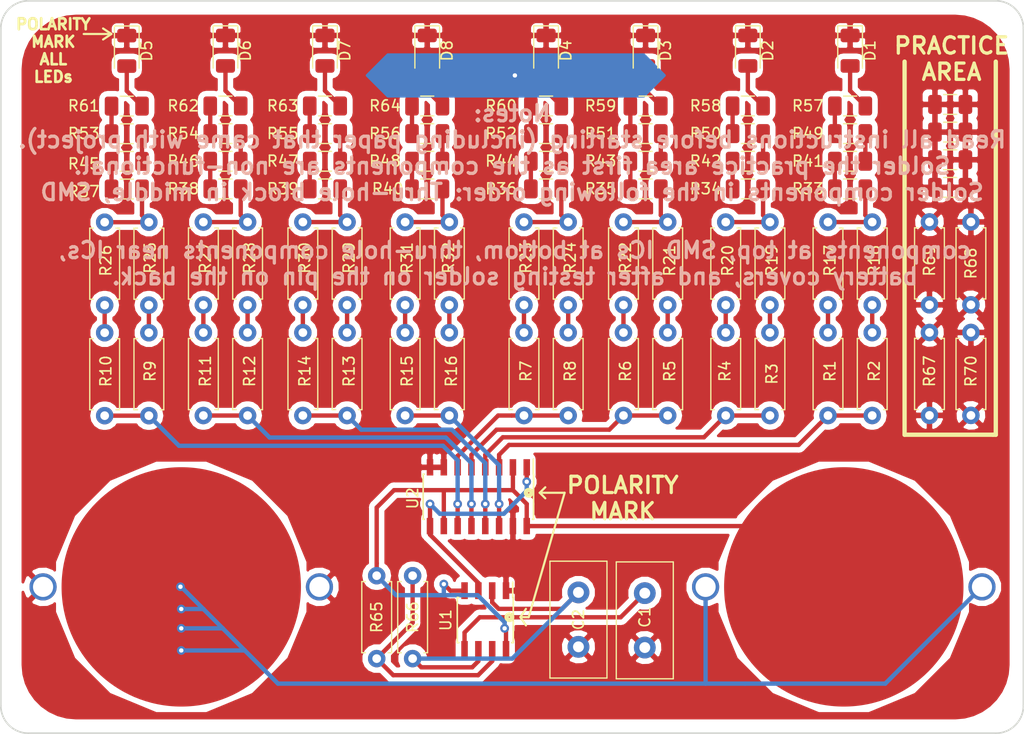
<source format=kicad_pcb>
(kicad_pcb (version 20171130) (host pcbnew "(5.0.2)-1")
  (layers (0 F.Cu signal) (31 B.Cu signal) (34 B.Paste user hide) (35 F.Paste user hide) (36 B.SilkS user hide) (37 F.SilkS user) (38 B.Mask user hide) (39 F.Mask user) (44 Edge.Cuts user))
  (net 0 "")
  (net 1 VCC)
  (net 2 "Net-(BT1-Pad2)")
  (net 3 GND)
  (net 4 "Net-(C1-Pad1)")
  (net 5 "Net-(C2-Pad1)")
  (net 6 "Net-(D1-Pad2)")
  (net 7 "Net-(D2-Pad2)")
  (net 8 "Net-(D3-Pad2)")
  (net 9 "Net-(D4-Pad2)")
  (net 10 "Net-(D5-Pad2)")
  (net 11 "Net-(D6-Pad2)")
  (net 12 "Net-(D7-Pad2)")
  (net 13 "Net-(D8-Pad2)")
  (net 14 Out1A)
  (net 15 "Net-(R1-Pad1)")
  (net 16 "Net-(R18-Pad2)")
  (net 17 "Net-(R19-Pad2)")
  (net 18 Out1B)
  (net 19 "Net-(R20-Pad2)")
  (net 20 Out1C)
  (net 21 "Net-(R21-Pad2)")
  (net 22 "Net-(R22-Pad2)")
  (net 23 Out1D)
  (net 24 "Net-(R23-Pad2)")
  (net 25 "Net-(R24-Pad2)")
  (net 26 "Net-(R25-Pad2)")
  (net 27 Out2A)
  (net 28 "Net-(R10-Pad1)")
  (net 29 Out2B)
  (net 30 "Net-(R11-Pad1)")
  (net 31 "Net-(R12-Pad1)")
  (net 32 Out2C)
  (net 33 "Net-(R13-Pad1)")
  (net 34 "Net-(R14-Pad1)")
  (net 35 "Net-(R15-Pad1)")
  (net 36 Out2D)
  (net 37 "Net-(R16-Pad1)")
  (net 38 "Net-(R17-Pad1)")
  (net 39 "Net-(R19-Pad1)")
  (net 40 "Net-(R21-Pad1)")
  (net 41 "Net-(R23-Pad1)")
  (net 42 "Net-(R25-Pad1)")
  (net 43 "Net-(R27-Pad1)")
  (net 44 "Net-(R29-Pad1)")
  (net 45 "Net-(R31-Pad1)")
  (net 46 "Net-(R33-Pad1)")
  (net 47 "Net-(R34-Pad1)")
  (net 48 "Net-(R35-Pad1)")
  (net 49 "Net-(R36-Pad1)")
  (net 50 "Net-(R37-Pad1)")
  (net 51 "Net-(R38-Pad1)")
  (net 52 "Net-(R39-Pad1)")
  (net 53 "Net-(R40-Pad1)")
  (net 54 "Net-(R41-Pad1)")
  (net 55 "Net-(R42-Pad1)")
  (net 56 "Net-(R43-Pad1)")
  (net 57 "Net-(R44-Pad1)")
  (net 58 "Net-(R45-Pad1)")
  (net 59 "Net-(R46-Pad1)")
  (net 60 "Net-(R47-Pad1)")
  (net 61 "Net-(R48-Pad1)")
  (net 62 "Net-(R49-Pad1)")
  (net 63 "Net-(R50-Pad1)")
  (net 64 "Net-(R51-Pad1)")
  (net 65 "Net-(R52-Pad1)")
  (net 66 "Net-(R53-Pad1)")
  (net 67 "Net-(R54-Pad1)")
  (net 68 "Net-(R55-Pad1)")
  (net 69 "Net-(R56-Pad1)")
  (net 70 "Net-(R65-Pad1)")
  (net 71 "Net-(U1-Pad3)")
  (module Resistor_THT:R_Axial_DIN0207_L6.3mm_D2.5mm_P7.62mm_Horizontal (layer F.Cu) (at 176.784 93.98 90)
    (fp_text reference R70 (at 4.064 0 90) (layer F.SilkS))
    (fp_text value 2k)
    (pad 2 thru_hole oval (at 7.62 0 90) (size 1.6 1.6) (drill 0.8) (layers *.Cu *.Mask) (net 3 GND))
    (pad 1 thru_hole circle (at 0 0 90) (size 1.6 1.6) (drill 0.8) (layers *.Cu *.Mask) (net 3 GND))
  )
  (module Package_SO:SOIC-8_3.9x4.9mm_P1.27mm (layer F.Cu) (at 132.15275 112.788576 270)
    (fp_text reference U1 (at 0 3.62875 270) (layer F.SilkS))
    (fp_text value LM555)
    (pad 1 smd rect (at -2.7 -1.905 270) (size 1.55 0.6) (layers F.Cu F.Paste F.Mask) (net 3 GND))
    (pad 2 smd rect (at -2.7 -0.635 270) (size 1.55 0.6) (layers F.Cu F.Paste F.Mask) (net 5 "Net-(C2-Pad1)"))
    (pad 3 smd rect (at -2.7 0.635 270) (size 1.55 0.6) (layers F.Cu F.Paste F.Mask) (net 71 "Net-(U1-Pad3)"))
    (pad 4 smd rect (at -2.7 1.905 270) (size 1.55 0.6) (layers F.Cu F.Paste F.Mask) (net 1 VCC))
    (pad 5 smd rect (at 2.7 1.905 270) (size 1.55 0.6) (layers F.Cu F.Paste F.Mask) (net 4 "Net-(C1-Pad1)"))
    (pad 6 smd rect (at 2.7 0.635 270) (size 1.55 0.6) (layers F.Cu F.Paste F.Mask) (net 5 "Net-(C2-Pad1)"))
    (pad 7 smd rect (at 2.7 -0.635 270) (size 1.55 0.6) (layers F.Cu F.Paste F.Mask) (net 70 "Net-(R65-Pad1)"))
    (pad 8 smd rect (at 2.7 -1.905 270) (size 1.55 0.6) (layers F.Cu F.Paste F.Mask) (net 1 VCC))
  )
  (module Capacitor_THT:C_Disc_D10.5mm_W5.0mm_P5.00mm (layer F.Cu) (at 146.812 110.316 270)
    (fp_text reference C1 (at 2.206 0 270) (layer F.SilkS))
    (fp_text value 10uF)
    (pad 1 thru_hole circle (at 0 0 270) (size 2 2) (drill 1) (layers *.Cu *.Mask) (net 4 "Net-(C1-Pad1)"))
    (pad 2 thru_hole circle (at 5 0 270) (size 2 2) (drill 1) (layers *.Cu *.Mask) (net 3 GND))
  )
  (module Package_SO:SOIC-16_3.9x9.9mm_P1.27mm (layer F.Cu) (at 131.51775 101.452576 270)
    (fp_text reference U2 (at 0.147424 6.04175 270) (layer F.SilkS))
    (fp_text value 4520)
    (pad 1 smd rect (at -2.7 -4.445 270) (size 1.5 0.6) (layers F.Cu F.Paste F.Mask) (net 71 "Net-(U1-Pad3)"))
    (pad 2 smd rect (at -2.7 -3.175 270) (size 1.5 0.6) (layers F.Cu F.Paste F.Mask) (net 1 VCC))
    (pad 3 smd rect (at -2.7 -1.905 270) (size 1.5 0.6) (layers F.Cu F.Paste F.Mask) (net 14 Out1A))
    (pad 4 smd rect (at -2.7 -0.635 270) (size 1.5 0.6) (layers F.Cu F.Paste F.Mask) (net 18 Out1B))
    (pad 5 smd rect (at -2.7 0.635 270) (size 1.5 0.6) (layers F.Cu F.Paste F.Mask) (net 20 Out1C))
    (pad 6 smd rect (at -2.7 1.905 270) (size 1.5 0.6) (layers F.Cu F.Paste F.Mask) (net 23 Out1D))
    (pad 7 smd rect (at -2.7 3.175 270) (size 1.5 0.6) (layers F.Cu F.Paste F.Mask) (net 3 GND))
    (pad 8 smd rect (at -2.7 4.445 270) (size 1.5 0.6) (layers F.Cu F.Paste F.Mask) (net 3 GND))
    (pad 9 smd rect (at 2.7 4.445 270) (size 1.5 0.6) (layers F.Cu F.Paste F.Mask) (net 71 "Net-(U1-Pad3)"))
    (pad 10 smd rect (at 2.7 3.175 270) (size 1.5 0.6) (layers F.Cu F.Paste F.Mask) (net 1 VCC))
    (pad 11 smd rect (at 2.7 1.905 270) (size 1.5 0.6) (layers F.Cu F.Paste F.Mask) (net 27 Out2A))
    (pad 12 smd rect (at 2.7 0.635 270) (size 1.5 0.6) (layers F.Cu F.Paste F.Mask) (net 29 Out2B))
    (pad 13 smd rect (at 2.7 -0.635 270) (size 1.5 0.6) (layers F.Cu F.Paste F.Mask) (net 32 Out2C))
    (pad 14 smd rect (at 2.7 -1.905 270) (size 1.5 0.6) (layers F.Cu F.Paste F.Mask) (net 36 Out2D))
    (pad 15 smd rect (at 2.7 -3.175 270) (size 1.5 0.6) (layers F.Cu F.Paste F.Mask) (net 3 GND))
    (pad 16 smd rect (at 2.7 -4.445 270) (size 1.5 0.6) (layers F.Cu F.Paste F.Mask) (net 1 VCC))
  )
  (module Resistor_THT:R_Axial_DIN0207_L6.3mm_D2.5mm_P7.62mm_Horizontal (layer F.Cu) (at 125.476 116.332 90)
    (fp_text reference R66 (at 3.81 0 90) (layer F.SilkS))
    (fp_text value 10k)
    (pad 1 thru_hole circle (at 0 0 90) (size 1.6 1.6) (drill 0.8) (layers *.Cu *.Mask) (net 5 "Net-(C2-Pad1)"))
    (pad 2 thru_hole oval (at 7.62 0 90) (size 1.6 1.6) (drill 0.8) (layers *.Cu *.Mask) (net 70 "Net-(R65-Pad1)"))
  )
  (module Resistor_SMD:R_1206_3216Metric (layer F.Cu) (at 126.81875 73.164576)
    (fp_text reference R40 (at -3.62875 -0.012576) (layer F.SilkS))
    (fp_text value 0R)
    (pad 2 smd roundrect (at 1.4 0) (size 1.25 1.75) (layers F.Cu F.Paste F.Mask) (roundrect_rratio 0.2) (net 45 "Net-(R31-Pad1)"))
    (pad 1 smd roundrect (at -1.4 0) (size 1.25 1.75) (layers F.Cu F.Paste F.Mask) (roundrect_rratio 0.2) (net 53 "Net-(R40-Pad1)"))
  )
  (module Resistor_THT:R_Axial_DIN0207_L6.3mm_D2.5mm_P7.62mm_Horizontal (layer F.Cu) (at 124.78675 76.212576 270)
    (fp_text reference R31 (at 3.289424 -0.18125 270) (layer F.SilkS))
    (fp_text value 2k)
    (pad 2 thru_hole oval (at 7.62 0 270) (size 1.6 1.6) (drill 0.8) (layers *.Cu *.Mask) (net 35 "Net-(R15-Pad1)"))
    (pad 1 thru_hole circle (at 0 0 270) (size 1.6 1.6) (drill 0.8) (layers *.Cu *.Mask) (net 45 "Net-(R31-Pad1)"))
  )
  (module Resistor_SMD:R_1206_3216Metric (layer F.Cu) (at 126.81875 68.084576)
    (fp_text reference R56 (at -3.88275 -0.012576) (layer F.SilkS))
    (fp_text value 0R)
    (pad 1 smd roundrect (at -1.4 0) (size 1.25 1.75) (layers F.Cu F.Paste F.Mask) (roundrect_rratio 0.2) (net 69 "Net-(R56-Pad1)"))
    (pad 2 smd roundrect (at 1.4 0) (size 1.25 1.75) (layers F.Cu F.Paste F.Mask) (roundrect_rratio 0.2) (net 61 "Net-(R48-Pad1)"))
  )
  (module Resistor_SMD:R_1206_3216Metric (layer F.Cu) (at 126.81875 70.624576 180)
    (fp_text reference R48 (at 3.88275 0.012576 180) (layer F.SilkS))
    (fp_text value 0R)
    (pad 1 smd roundrect (at -1.4 0 180) (size 1.25 1.75) (layers F.Cu F.Paste F.Mask) (roundrect_rratio 0.2) (net 61 "Net-(R48-Pad1)"))
    (pad 2 smd roundrect (at 1.4 0 180) (size 1.25 1.75) (layers F.Cu F.Paste F.Mask) (roundrect_rratio 0.2) (net 53 "Net-(R40-Pad1)"))
  )
  (module Resistor_SMD:R_1206_3216Metric (layer F.Cu) (at 126.81875 65.544576 180)
    (fp_text reference R64 (at 3.88275 0.012576 180) (layer F.SilkS))
    (fp_text value 0R)
    (pad 2 smd roundrect (at 1.4 0 180) (size 1.25 1.75) (layers F.Cu F.Paste F.Mask) (roundrect_rratio 0.2) (net 69 "Net-(R56-Pad1)"))
    (pad 1 smd roundrect (at -1.4 0 180) (size 1.25 1.75) (layers F.Cu F.Paste F.Mask) (roundrect_rratio 0.2) (net 13 "Net-(D8-Pad2)"))
  )
  (module Battery:3039 (layer F.Cu) (at 165.1 109.740576 180)
    (fp_text reference BT1 hide)
    (fp_text value Battery_Cell)
    (pad 2 thru_hole circle (at -12.7 0 180) (size 2.5 2.5) (drill 1.85) (layers *.Cu *.Mask) (net 2 "Net-(BT1-Pad2)"))
    (pad 2 thru_hole circle (at 12.7 0 180) (size 2.5 2.5) (drill 1.85) (layers *.Cu *.Mask) (net 2 "Net-(BT1-Pad2)"))
    (pad 1 smd circle (at 0 0 180) (size 22 22) (layers F.Cu F.Paste F.Mask) (net 1 VCC))
  )
  (module LED_SMD:LED_1206_3216Metric (layer F.Cu) (at 165.68075 60.464576 270)
    (fp_text reference D1 (at 0 -1.82 270) (layer F.SilkS))
    (fp_text value LED)
    (pad 1 smd roundrect (at -1.4 0 270) (size 1.25 1.75) (layers F.Cu F.Paste F.Mask) (roundrect_rratio 0.2) (net 3 GND))
    (pad 2 smd roundrect (at 1.4 0 270) (size 1.25 1.75) (layers F.Cu F.Paste F.Mask) (roundrect_rratio 0.2) (net 6 "Net-(D1-Pad2)"))
  )
  (module LED_SMD:LED_1206_3216Metric (layer F.Cu) (at 156.28275 60.464576 270)
    (fp_text reference D2 (at 0 -1.82 270) (layer F.SilkS))
    (fp_text value LED)
    (pad 2 smd roundrect (at 1.4 0 270) (size 1.25 1.75) (layers F.Cu F.Paste F.Mask) (roundrect_rratio 0.2) (net 7 "Net-(D2-Pad2)"))
    (pad 1 smd roundrect (at -1.4 0 270) (size 1.25 1.75) (layers F.Cu F.Paste F.Mask) (roundrect_rratio 0.2) (net 3 GND))
  )
  (module LED_SMD:LED_1206_3216Metric (layer F.Cu) (at 146.88475 60.464576 270)
    (fp_text reference D3 (at 0 -1.82 270) (layer F.SilkS))
    (fp_text value LED)
    (pad 1 smd roundrect (at -1.4 0 270) (size 1.25 1.75) (layers F.Cu F.Paste F.Mask) (roundrect_rratio 0.2) (net 3 GND))
    (pad 2 smd roundrect (at 1.4 0 270) (size 1.25 1.75) (layers F.Cu F.Paste F.Mask) (roundrect_rratio 0.2) (net 8 "Net-(D3-Pad2)"))
  )
  (module LED_SMD:LED_1206_3216Metric (layer F.Cu) (at 137.74075 60.464576 270)
    (fp_text reference D4 (at 0 -1.82 270) (layer F.SilkS))
    (fp_text value LED)
    (pad 2 smd roundrect (at 1.4 0 270) (size 1.25 1.75) (layers F.Cu F.Paste F.Mask) (roundrect_rratio 0.2) (net 9 "Net-(D4-Pad2)"))
    (pad 1 smd roundrect (at -1.4 0 270) (size 1.25 1.75) (layers F.Cu F.Paste F.Mask) (roundrect_rratio 0.2) (net 3 GND))
  )
  (module LED_SMD:LED_1206_3216Metric (layer F.Cu) (at 99.2055 60.477152 270)
    (fp_text reference D5 (at 0 -1.82 270) (layer F.SilkS))
    (fp_text value LED)
    (pad 1 smd roundrect (at -1.4 0 270) (size 1.25 1.75) (layers F.Cu F.Paste F.Mask) (roundrect_rratio 0.2) (net 3 GND))
    (pad 2 smd roundrect (at 1.4 0 270) (size 1.25 1.75) (layers F.Cu F.Paste F.Mask) (roundrect_rratio 0.2) (net 10 "Net-(D5-Pad2)"))
  )
  (module LED_SMD:LED_1206_3216Metric (layer F.Cu) (at 108.27675 60.464576 270)
    (fp_text reference D6 (at 0 -1.82 270) (layer F.SilkS))
    (fp_text value LED)
    (pad 2 smd roundrect (at 1.4 0 270) (size 1.25 1.75) (layers F.Cu F.Paste F.Mask) (roundrect_rratio 0.2) (net 11 "Net-(D6-Pad2)"))
    (pad 1 smd roundrect (at -1.4 0 270) (size 1.25 1.75) (layers F.Cu F.Paste F.Mask) (roundrect_rratio 0.2) (net 3 GND))
  )
  (module LED_SMD:LED_1206_3216Metric (layer F.Cu) (at 117.42075 60.464576 270)
    (fp_text reference D7 (at 0 -1.82 270) (layer F.SilkS))
    (fp_text value LED)
    (pad 1 smd roundrect (at -1.4 0 270) (size 1.25 1.75) (layers F.Cu F.Paste F.Mask) (roundrect_rratio 0.2) (net 3 GND))
    (pad 2 smd roundrect (at 1.4 0 270) (size 1.25 1.75) (layers F.Cu F.Paste F.Mask) (roundrect_rratio 0.2) (net 12 "Net-(D7-Pad2)"))
  )
  (module LED_SMD:LED_1206_3216Metric (layer F.Cu) (at 126.81875 60.464576 270)
    (fp_text reference D8 (at 0 -1.82 270) (layer F.SilkS))
    (fp_text value LED)
    (pad 2 smd roundrect (at 1.4 0 270) (size 1.25 1.75) (layers F.Cu F.Paste F.Mask) (roundrect_rratio 0.2) (net 13 "Net-(D8-Pad2)"))
    (pad 1 smd roundrect (at -1.4 0 270) (size 1.25 1.75) (layers F.Cu F.Paste F.Mask) (roundrect_rratio 0.2) (net 3 GND))
  )
  (module Resistor_THT:R_Axial_DIN0207_L6.3mm_D2.5mm_P7.62mm_Horizontal (layer F.Cu) (at 163.64875 86.372576 270)
    (fp_text reference R1 (at 3.543424 -0.18125 270) (layer F.SilkS))
    (fp_text value 2k)
    (pad 1 thru_hole circle (at 0 0 270) (size 1.6 1.6) (drill 0.8) (layers *.Cu *.Mask) (net 15 "Net-(R1-Pad1)"))
    (pad 2 thru_hole oval (at 7.62 0 270) (size 1.6 1.6) (drill 0.8) (layers *.Cu *.Mask) (net 14 Out1A))
  )
  (module Resistor_THT:R_Axial_DIN0207_L6.3mm_D2.5mm_P7.62mm_Horizontal (layer F.Cu) (at 167.71275 86.372576 270)
    (fp_text reference R2 (at 3.543424 -0.18125 270) (layer F.SilkS))
    (fp_text value 2k)
    (pad 2 thru_hole oval (at 7.62 0 270) (size 1.6 1.6) (drill 0.8) (layers *.Cu *.Mask) (net 14 Out1A))
    (pad 1 thru_hole circle (at 0 0 270) (size 1.6 1.6) (drill 0.8) (layers *.Cu *.Mask) (net 16 "Net-(R18-Pad2)"))
  )
  (module Resistor_THT:R_Axial_DIN0207_L6.3mm_D2.5mm_P7.62mm_Horizontal (layer F.Cu) (at 158.31475 86.372576 270)
    (fp_text reference R3 (at 3.797424 -0.18125 270) (layer F.SilkS))
    (fp_text value 2k)
    (pad 2 thru_hole oval (at 7.62 0 270) (size 1.6 1.6) (drill 0.8) (layers *.Cu *.Mask) (net 18 Out1B))
    (pad 1 thru_hole circle (at 0 0 270) (size 1.6 1.6) (drill 0.8) (layers *.Cu *.Mask) (net 17 "Net-(R19-Pad2)"))
  )
  (module Resistor_THT:R_Axial_DIN0207_L6.3mm_D2.5mm_P7.62mm_Horizontal (layer F.Cu) (at 154.25075 86.372576 270)
    (fp_text reference R4 (at 3.543424 0.07275 270) (layer F.SilkS))
    (fp_text value 2k)
    (pad 1 thru_hole circle (at 0 0 270) (size 1.6 1.6) (drill 0.8) (layers *.Cu *.Mask) (net 19 "Net-(R20-Pad2)"))
    (pad 2 thru_hole oval (at 7.62 0 270) (size 1.6 1.6) (drill 0.8) (layers *.Cu *.Mask) (net 18 Out1B))
  )
  (module Resistor_THT:R_Axial_DIN0207_L6.3mm_D2.5mm_P7.62mm_Horizontal (layer F.Cu) (at 148.91675 86.372576 270)
    (fp_text reference R5 (at 3.543424 -0.18125 270) (layer F.SilkS))
    (fp_text value 2k)
    (pad 1 thru_hole circle (at 0 0 270) (size 1.6 1.6) (drill 0.8) (layers *.Cu *.Mask) (net 21 "Net-(R21-Pad2)"))
    (pad 2 thru_hole oval (at 7.62 0 270) (size 1.6 1.6) (drill 0.8) (layers *.Cu *.Mask) (net 20 Out1C))
  )
  (module Resistor_THT:R_Axial_DIN0207_L6.3mm_D2.5mm_P7.62mm_Horizontal (layer F.Cu) (at 144.85275 86.372576 270)
    (fp_text reference R6 (at 3.543424 -0.18125 270) (layer F.SilkS))
    (fp_text value 2k)
    (pad 1 thru_hole circle (at 0 0 270) (size 1.6 1.6) (drill 0.8) (layers *.Cu *.Mask) (net 22 "Net-(R22-Pad2)"))
    (pad 2 thru_hole oval (at 7.62 0 270) (size 1.6 1.6) (drill 0.8) (layers *.Cu *.Mask) (net 20 Out1C))
  )
  (module Resistor_THT:R_Axial_DIN0207_L6.3mm_D2.5mm_P7.62mm_Horizontal (layer F.Cu) (at 135.70875 86.372576 270)
    (fp_text reference R7 (at 3.543424 -0.18125 270) (layer F.SilkS))
    (fp_text value 2k)
    (pad 1 thru_hole circle (at 0 0 270) (size 1.6 1.6) (drill 0.8) (layers *.Cu *.Mask) (net 24 "Net-(R23-Pad2)"))
    (pad 2 thru_hole oval (at 7.62 0 270) (size 1.6 1.6) (drill 0.8) (layers *.Cu *.Mask) (net 23 Out1D))
  )
  (module Resistor_THT:R_Axial_DIN0207_L6.3mm_D2.5mm_P7.62mm_Horizontal (layer F.Cu) (at 139.77275 86.372576 270)
    (fp_text reference R8 (at 3.543424 -0.18125 270) (layer F.SilkS))
    (fp_text value 2k)
    (pad 2 thru_hole oval (at 7.62 0 270) (size 1.6 1.6) (drill 0.8) (layers *.Cu *.Mask) (net 23 Out1D))
    (pad 1 thru_hole circle (at 0 0 270) (size 1.6 1.6) (drill 0.8) (layers *.Cu *.Mask) (net 25 "Net-(R24-Pad2)"))
  )
  (module Resistor_THT:R_Axial_DIN0207_L6.3mm_D2.5mm_P7.62mm_Horizontal (layer F.Cu) (at 101.2375 86.385152 270)
    (fp_text reference R9 (at 3.530848 -0.1085 270) (layer F.SilkS))
    (fp_text value 2k)
    (pad 2 thru_hole oval (at 7.62 0 270) (size 1.6 1.6) (drill 0.8) (layers *.Cu *.Mask) (net 27 Out2A))
    (pad 1 thru_hole circle (at 0 0 270) (size 1.6 1.6) (drill 0.8) (layers *.Cu *.Mask) (net 26 "Net-(R25-Pad2)"))
  )
  (module Resistor_THT:R_Axial_DIN0207_L6.3mm_D2.5mm_P7.62mm_Horizontal (layer F.Cu) (at 97.1735 86.385152 270)
    (fp_text reference R10 (at 3.530848 -0.1085 270) (layer F.SilkS))
    (fp_text value 2k)
    (pad 2 thru_hole oval (at 7.62 0 270) (size 1.6 1.6) (drill 0.8) (layers *.Cu *.Mask) (net 27 Out2A))
    (pad 1 thru_hole circle (at 0 0 270) (size 1.6 1.6) (drill 0.8) (layers *.Cu *.Mask) (net 28 "Net-(R10-Pad1)"))
  )
  (module Resistor_THT:R_Axial_DIN0207_L6.3mm_D2.5mm_P7.62mm_Horizontal (layer F.Cu) (at 106.24475 86.372576 270)
    (fp_text reference R11 (at 3.543424 -0.18125 270) (layer F.SilkS))
    (fp_text value 2k)
    (pad 1 thru_hole circle (at 0 0 270) (size 1.6 1.6) (drill 0.8) (layers *.Cu *.Mask) (net 30 "Net-(R11-Pad1)"))
    (pad 2 thru_hole oval (at 7.62 0 270) (size 1.6 1.6) (drill 0.8) (layers *.Cu *.Mask) (net 29 Out2B))
  )
  (module Resistor_THT:R_Axial_DIN0207_L6.3mm_D2.5mm_P7.62mm_Horizontal (layer F.Cu) (at 110.30875 86.372576 270)
    (fp_text reference R12 (at 3.543424 -0.18125 270) (layer F.SilkS))
    (fp_text value 2k)
    (pad 1 thru_hole circle (at 0 0 270) (size 1.6 1.6) (drill 0.8) (layers *.Cu *.Mask) (net 31 "Net-(R12-Pad1)"))
    (pad 2 thru_hole oval (at 7.62 0 270) (size 1.6 1.6) (drill 0.8) (layers *.Cu *.Mask) (net 29 Out2B))
  )
  (module Resistor_THT:R_Axial_DIN0207_L6.3mm_D2.5mm_P7.62mm_Horizontal (layer F.Cu) (at 119.45275 86.372576 270)
    (fp_text reference R13 (at 3.543424 -0.18125 270) (layer F.SilkS))
    (fp_text value 2k)
    (pad 1 thru_hole circle (at 0 0 270) (size 1.6 1.6) (drill 0.8) (layers *.Cu *.Mask) (net 33 "Net-(R13-Pad1)"))
    (pad 2 thru_hole oval (at 7.62 0 270) (size 1.6 1.6) (drill 0.8) (layers *.Cu *.Mask) (net 32 Out2C))
  )
  (module Resistor_THT:R_Axial_DIN0207_L6.3mm_D2.5mm_P7.62mm_Horizontal (layer F.Cu) (at 115.38875 86.372576 270)
    (fp_text reference R14 (at 3.543424 -0.18125 270) (layer F.SilkS))
    (fp_text value 2k)
    (pad 2 thru_hole oval (at 7.62 0 270) (size 1.6 1.6) (drill 0.8) (layers *.Cu *.Mask) (net 32 Out2C))
    (pad 1 thru_hole circle (at 0 0 270) (size 1.6 1.6) (drill 0.8) (layers *.Cu *.Mask) (net 34 "Net-(R14-Pad1)"))
  )
  (module Resistor_THT:R_Axial_DIN0207_L6.3mm_D2.5mm_P7.62mm_Horizontal (layer F.Cu) (at 124.78675 86.372576 270)
    (fp_text reference R15 (at 3.543424 -0.18125 270) (layer F.SilkS))
    (fp_text value 2k)
    (pad 2 thru_hole oval (at 7.62 0 270) (size 1.6 1.6) (drill 0.8) (layers *.Cu *.Mask) (net 36 Out2D))
    (pad 1 thru_hole circle (at 0 0 270) (size 1.6 1.6) (drill 0.8) (layers *.Cu *.Mask) (net 35 "Net-(R15-Pad1)"))
  )
  (module Resistor_THT:R_Axial_DIN0207_L6.3mm_D2.5mm_P7.62mm_Horizontal (layer F.Cu) (at 128.85075 86.372576 270)
    (fp_text reference R16 (at 3.543424 -0.18125 270) (layer F.SilkS))
    (fp_text value 2k)
    (pad 1 thru_hole circle (at 0 0 270) (size 1.6 1.6) (drill 0.8) (layers *.Cu *.Mask) (net 37 "Net-(R16-Pad1)"))
    (pad 2 thru_hole oval (at 7.62 0 270) (size 1.6 1.6) (drill 0.8) (layers *.Cu *.Mask) (net 36 Out2D))
  )
  (module Resistor_THT:R_Axial_DIN0207_L6.3mm_D2.5mm_P7.62mm_Horizontal (layer F.Cu) (at 163.64875 76.212576 270)
    (fp_text reference R17 (at 3.543424 -0.18125 270) (layer F.SilkS))
    (fp_text value 2k)
    (pad 2 thru_hole oval (at 7.62 0 270) (size 1.6 1.6) (drill 0.8) (layers *.Cu *.Mask) (net 15 "Net-(R1-Pad1)"))
    (pad 1 thru_hole circle (at 0 0 270) (size 1.6 1.6) (drill 0.8) (layers *.Cu *.Mask) (net 38 "Net-(R17-Pad1)"))
  )
  (module Resistor_THT:R_Axial_DIN0207_L6.3mm_D2.5mm_P7.62mm_Horizontal (layer F.Cu) (at 167.71275 76.212576 270)
    (fp_text reference R18 (at 3.543424 -0.18125 270) (layer F.SilkS))
    (fp_text value 2k)
    (pad 1 thru_hole circle (at 0 0 270) (size 1.6 1.6) (drill 0.8) (layers *.Cu *.Mask) (net 38 "Net-(R17-Pad1)"))
    (pad 2 thru_hole oval (at 7.62 0 270) (size 1.6 1.6) (drill 0.8) (layers *.Cu *.Mask) (net 16 "Net-(R18-Pad2)"))
  )
  (module Resistor_THT:R_Axial_DIN0207_L6.3mm_D2.5mm_P7.62mm_Horizontal (layer F.Cu) (at 158.31475 76.212576 270)
    (fp_text reference R19 (at 3.543424 -0.18125 270) (layer F.SilkS))
    (fp_text value 2k)
    (pad 1 thru_hole circle (at 0 0 270) (size 1.6 1.6) (drill 0.8) (layers *.Cu *.Mask) (net 39 "Net-(R19-Pad1)"))
    (pad 2 thru_hole oval (at 7.62 0 270) (size 1.6 1.6) (drill 0.8) (layers *.Cu *.Mask) (net 17 "Net-(R19-Pad2)"))
  )
  (module Resistor_THT:R_Axial_DIN0207_L6.3mm_D2.5mm_P7.62mm_Horizontal (layer F.Cu) (at 154.25075 76.212576 270)
    (fp_text reference R20 (at 3.543424 -0.18125 270) (layer F.SilkS))
    (fp_text value 2k)
    (pad 2 thru_hole oval (at 7.62 0 270) (size 1.6 1.6) (drill 0.8) (layers *.Cu *.Mask) (net 19 "Net-(R20-Pad2)"))
    (pad 1 thru_hole circle (at 0 0 270) (size 1.6 1.6) (drill 0.8) (layers *.Cu *.Mask) (net 39 "Net-(R19-Pad1)"))
  )
  (module Resistor_THT:R_Axial_DIN0207_L6.3mm_D2.5mm_P7.62mm_Horizontal (layer F.Cu) (at 148.91675 76.212576 270)
    (fp_text reference R21 (at 3.543424 -0.18125 270) (layer F.SilkS))
    (fp_text value 2k)
    (pad 2 thru_hole oval (at 7.62 0 270) (size 1.6 1.6) (drill 0.8) (layers *.Cu *.Mask) (net 21 "Net-(R21-Pad2)"))
    (pad 1 thru_hole circle (at 0 0 270) (size 1.6 1.6) (drill 0.8) (layers *.Cu *.Mask) (net 40 "Net-(R21-Pad1)"))
  )
  (module Resistor_THT:R_Axial_DIN0207_L6.3mm_D2.5mm_P7.62mm_Horizontal (layer F.Cu) (at 144.85275 76.212576 270)
    (fp_text reference R22 (at 3.289424 -0.18125 270) (layer F.SilkS))
    (fp_text value 2k)
    (pad 1 thru_hole circle (at 0 0 270) (size 1.6 1.6) (drill 0.8) (layers *.Cu *.Mask) (net 40 "Net-(R21-Pad1)"))
    (pad 2 thru_hole oval (at 7.62 0 270) (size 1.6 1.6) (drill 0.8) (layers *.Cu *.Mask) (net 22 "Net-(R22-Pad2)"))
  )
  (module Resistor_THT:R_Axial_DIN0207_L6.3mm_D2.5mm_P7.62mm_Horizontal (layer F.Cu) (at 135.70875 76.212576 270)
    (fp_text reference R23 (at 3.289424 -0.18125 270) (layer F.SilkS))
    (fp_text value 2k)
    (pad 2 thru_hole oval (at 7.62 0 270) (size 1.6 1.6) (drill 0.8) (layers *.Cu *.Mask) (net 24 "Net-(R23-Pad2)"))
    (pad 1 thru_hole circle (at 0 0 270) (size 1.6 1.6) (drill 0.8) (layers *.Cu *.Mask) (net 41 "Net-(R23-Pad1)"))
  )
  (module Resistor_THT:R_Axial_DIN0207_L6.3mm_D2.5mm_P7.62mm_Horizontal (layer F.Cu) (at 139.77275 76.212576 270)
    (fp_text reference R24 (at 3.289424 -0.18125 270) (layer F.SilkS))
    (fp_text value 2k)
    (pad 1 thru_hole circle (at 0 0 270) (size 1.6 1.6) (drill 0.8) (layers *.Cu *.Mask) (net 41 "Net-(R23-Pad1)"))
    (pad 2 thru_hole oval (at 7.62 0 270) (size 1.6 1.6) (drill 0.8) (layers *.Cu *.Mask) (net 25 "Net-(R24-Pad2)"))
  )
  (module Resistor_THT:R_Axial_DIN0207_L6.3mm_D2.5mm_P7.62mm_Horizontal (layer F.Cu) (at 101.2375 76.225152 270)
    (fp_text reference R25 (at 3.276848 -0.1085 270) (layer F.SilkS))
    (fp_text value 2k)
    (pad 1 thru_hole circle (at 0 0 270) (size 1.6 1.6) (drill 0.8) (layers *.Cu *.Mask) (net 42 "Net-(R25-Pad1)"))
    (pad 2 thru_hole oval (at 7.62 0 270) (size 1.6 1.6) (drill 0.8) (layers *.Cu *.Mask) (net 26 "Net-(R25-Pad2)"))
  )
  (module Resistor_THT:R_Axial_DIN0207_L6.3mm_D2.5mm_P7.62mm_Horizontal (layer F.Cu) (at 97.1735 76.225152 270)
    (fp_text reference R26 (at 3.530848 -0.1085 270) (layer F.SilkS))
    (fp_text value 2k)
    (pad 2 thru_hole oval (at 7.62 0 270) (size 1.6 1.6) (drill 0.8) (layers *.Cu *.Mask) (net 28 "Net-(R10-Pad1)"))
    (pad 1 thru_hole circle (at 0 0 270) (size 1.6 1.6) (drill 0.8) (layers *.Cu *.Mask) (net 42 "Net-(R25-Pad1)"))
  )
  (module Resistor_THT:R_Axial_DIN0207_L6.3mm_D2.5mm_P7.62mm_Horizontal (layer F.Cu) (at 106.24475 76.212576 270)
    (fp_text reference R27 (at 3.289424 -0.18125 270) (layer F.SilkS))
    (fp_text value 2k)
    (pad 2 thru_hole oval (at 7.62 0 270) (size 1.6 1.6) (drill 0.8) (layers *.Cu *.Mask) (net 30 "Net-(R11-Pad1)"))
    (pad 1 thru_hole circle (at 0 0 270) (size 1.6 1.6) (drill 0.8) (layers *.Cu *.Mask) (net 43 "Net-(R27-Pad1)"))
  )
  (module Resistor_THT:R_Axial_DIN0207_L6.3mm_D2.5mm_P7.62mm_Horizontal (layer F.Cu) (at 110.30875 76.212576 270)
    (fp_text reference R28 (at 3.289424 -0.18125 270) (layer F.SilkS))
    (fp_text value 2k)
    (pad 2 thru_hole oval (at 7.62 0 270) (size 1.6 1.6) (drill 0.8) (layers *.Cu *.Mask) (net 31 "Net-(R12-Pad1)"))
    (pad 1 thru_hole circle (at 0 0 270) (size 1.6 1.6) (drill 0.8) (layers *.Cu *.Mask) (net 43 "Net-(R27-Pad1)"))
  )
  (module Resistor_THT:R_Axial_DIN0207_L6.3mm_D2.5mm_P7.62mm_Horizontal (layer F.Cu) (at 119.45275 76.212576 270)
    (fp_text reference R29 (at 3.289424 -0.18125 270) (layer F.SilkS))
    (fp_text value 2k)
    (pad 1 thru_hole circle (at 0 0 270) (size 1.6 1.6) (drill 0.8) (layers *.Cu *.Mask) (net 44 "Net-(R29-Pad1)"))
    (pad 2 thru_hole oval (at 7.62 0 270) (size 1.6 1.6) (drill 0.8) (layers *.Cu *.Mask) (net 33 "Net-(R13-Pad1)"))
  )
  (module Resistor_THT:R_Axial_DIN0207_L6.3mm_D2.5mm_P7.62mm_Horizontal (layer F.Cu) (at 115.38875 76.212576 270)
    (fp_text reference R30 (at 3.289424 -0.18125 270) (layer F.SilkS))
    (fp_text value 2k)
    (pad 1 thru_hole circle (at 0 0 270) (size 1.6 1.6) (drill 0.8) (layers *.Cu *.Mask) (net 44 "Net-(R29-Pad1)"))
    (pad 2 thru_hole oval (at 7.62 0 270) (size 1.6 1.6) (drill 0.8) (layers *.Cu *.Mask) (net 34 "Net-(R14-Pad1)"))
  )
  (module Resistor_THT:R_Axial_DIN0207_L6.3mm_D2.5mm_P7.62mm_Horizontal (layer F.Cu) (at 128.85075 76.212576 270)
    (fp_text reference R32 (at 3.289424 0.07275 270) (layer F.SilkS))
    (fp_text value 2k)
    (pad 2 thru_hole oval (at 7.62 0 270) (size 1.6 1.6) (drill 0.8) (layers *.Cu *.Mask) (net 37 "Net-(R16-Pad1)"))
    (pad 1 thru_hole circle (at 0 0 270) (size 1.6 1.6) (drill 0.8) (layers *.Cu *.Mask) (net 45 "Net-(R31-Pad1)"))
  )
  (module Resistor_SMD:R_1206_3216Metric (layer F.Cu) (at 165.68075 73.164576)
    (fp_text reference R33 (at -3.88275 -0.012576) (layer F.SilkS))
    (fp_text value 0R)
    (pad 2 smd roundrect (at 1.4 0) (size 1.25 1.75) (layers F.Cu F.Paste F.Mask) (roundrect_rratio 0.2) (net 38 "Net-(R17-Pad1)"))
    (pad 1 smd roundrect (at -1.4 0) (size 1.25 1.75) (layers F.Cu F.Paste F.Mask) (roundrect_rratio 0.2) (net 46 "Net-(R33-Pad1)"))
  )
  (module Resistor_SMD:R_1206_3216Metric (layer F.Cu) (at 156.28275 73.164576)
    (fp_text reference R34 (at -3.88275 -0.012576) (layer F.SilkS))
    (fp_text value 0R)
    (pad 2 smd roundrect (at 1.4 0) (size 1.25 1.75) (layers F.Cu F.Paste F.Mask) (roundrect_rratio 0.2) (net 39 "Net-(R19-Pad1)"))
    (pad 1 smd roundrect (at -1.4 0) (size 1.25 1.75) (layers F.Cu F.Paste F.Mask) (roundrect_rratio 0.2) (net 47 "Net-(R34-Pad1)"))
  )
  (module Resistor_SMD:R_1206_3216Metric (layer F.Cu) (at 146.88475 73.164576)
    (fp_text reference R35 (at -4.13675 -0.012576) (layer F.SilkS))
    (fp_text value 0R)
    (pad 2 smd roundrect (at 1.4 0) (size 1.25 1.75) (layers F.Cu F.Paste F.Mask) (roundrect_rratio 0.2) (net 40 "Net-(R21-Pad1)"))
    (pad 1 smd roundrect (at -1.4 0) (size 1.25 1.75) (layers F.Cu F.Paste F.Mask) (roundrect_rratio 0.2) (net 48 "Net-(R35-Pad1)"))
  )
  (module Resistor_SMD:R_1206_3216Metric (layer F.Cu) (at 137.74075 73.164576)
    (fp_text reference R36 (at -4.13675 -0.012576) (layer F.SilkS))
    (fp_text value 0R)
    (pad 1 smd roundrect (at -1.4 0) (size 1.25 1.75) (layers F.Cu F.Paste F.Mask) (roundrect_rratio 0.2) (net 49 "Net-(R36-Pad1)"))
    (pad 2 smd roundrect (at 1.4 0) (size 1.25 1.75) (layers F.Cu F.Paste F.Mask) (roundrect_rratio 0.2) (net 41 "Net-(R23-Pad1)"))
  )
  (module Resistor_SMD:R_1206_3216Metric (layer F.Cu) (at 99.2055 73.177152)
    (fp_text reference R37 (at -3.9555 0.228848) (layer F.SilkS))
    (fp_text value 0R)
    (pad 2 smd roundrect (at 1.4 0) (size 1.25 1.75) (layers F.Cu F.Paste F.Mask) (roundrect_rratio 0.2) (net 42 "Net-(R25-Pad1)"))
    (pad 1 smd roundrect (at -1.4 0) (size 1.25 1.75) (layers F.Cu F.Paste F.Mask) (roundrect_rratio 0.2) (net 50 "Net-(R37-Pad1)"))
  )
  (module Resistor_SMD:R_1206_3216Metric (layer F.Cu) (at 108.27675 73.164576)
    (fp_text reference R38 (at -3.88275 -0.012576) (layer F.SilkS))
    (fp_text value 0R)
    (pad 2 smd roundrect (at 1.4 0) (size 1.25 1.75) (layers F.Cu F.Paste F.Mask) (roundrect_rratio 0.2) (net 43 "Net-(R27-Pad1)"))
    (pad 1 smd roundrect (at -1.4 0) (size 1.25 1.75) (layers F.Cu F.Paste F.Mask) (roundrect_rratio 0.2) (net 51 "Net-(R38-Pad1)"))
  )
  (module Resistor_SMD:R_1206_3216Metric (layer F.Cu) (at 117.42075 73.164576)
    (fp_text reference R39 (at -3.88275 -0.012576) (layer F.SilkS))
    (fp_text value 0R)
    (pad 2 smd roundrect (at 1.4 0) (size 1.25 1.75) (layers F.Cu F.Paste F.Mask) (roundrect_rratio 0.2) (net 44 "Net-(R29-Pad1)"))
    (pad 1 smd roundrect (at -1.4 0) (size 1.25 1.75) (layers F.Cu F.Paste F.Mask) (roundrect_rratio 0.2) (net 52 "Net-(R39-Pad1)"))
  )
  (module Resistor_SMD:R_1206_3216Metric (layer F.Cu) (at 165.68075 70.624576 180)
    (fp_text reference R41 (at 3.88275 0.012576 180) (layer F.SilkS))
    (fp_text value 0R)
    (pad 1 smd roundrect (at -1.4 0 180) (size 1.25 1.75) (layers F.Cu F.Paste F.Mask) (roundrect_rratio 0.2) (net 54 "Net-(R41-Pad1)"))
    (pad 2 smd roundrect (at 1.4 0 180) (size 1.25 1.75) (layers F.Cu F.Paste F.Mask) (roundrect_rratio 0.2) (net 46 "Net-(R33-Pad1)"))
  )
  (module Resistor_SMD:R_1206_3216Metric (layer F.Cu) (at 156.28275 70.624576 180)
    (fp_text reference R42 (at 3.88275 0.012576 180) (layer F.SilkS))
    (fp_text value 0R)
    (pad 1 smd roundrect (at -1.4 0 180) (size 1.25 1.75) (layers F.Cu F.Paste F.Mask) (roundrect_rratio 0.2) (net 55 "Net-(R42-Pad1)"))
    (pad 2 smd roundrect (at 1.4 0 180) (size 1.25 1.75) (layers F.Cu F.Paste F.Mask) (roundrect_rratio 0.2) (net 47 "Net-(R34-Pad1)"))
  )
  (module Resistor_SMD:R_1206_3216Metric (layer F.Cu) (at 146.88475 70.624576 180)
    (fp_text reference R43 (at 4.13675 0.012576 180) (layer F.SilkS))
    (fp_text value 0R)
    (pad 1 smd roundrect (at -1.4 0 180) (size 1.25 1.75) (layers F.Cu F.Paste F.Mask) (roundrect_rratio 0.2) (net 56 "Net-(R43-Pad1)"))
    (pad 2 smd roundrect (at 1.4 0 180) (size 1.25 1.75) (layers F.Cu F.Paste F.Mask) (roundrect_rratio 0.2) (net 48 "Net-(R35-Pad1)"))
  )
  (module Resistor_SMD:R_1206_3216Metric (layer F.Cu) (at 137.74075 70.624576 180)
    (fp_text reference R44 (at 4.13675 0.012576 180) (layer F.SilkS))
    (fp_text value 0R)
    (pad 1 smd roundrect (at -1.4 0 180) (size 1.25 1.75) (layers F.Cu F.Paste F.Mask) (roundrect_rratio 0.2) (net 57 "Net-(R44-Pad1)"))
    (pad 2 smd roundrect (at 1.4 0 180) (size 1.25 1.75) (layers F.Cu F.Paste F.Mask) (roundrect_rratio 0.2) (net 49 "Net-(R36-Pad1)"))
  )
  (module Resistor_SMD:R_1206_3216Metric (layer F.Cu) (at 99.2055 70.637152 180)
    (fp_text reference R45 (at 3.9555 -0.228848 180) (layer F.SilkS))
    (fp_text value 0R)
    (pad 1 smd roundrect (at -1.4 0 180) (size 1.25 1.75) (layers F.Cu F.Paste F.Mask) (roundrect_rratio 0.2) (net 58 "Net-(R45-Pad1)"))
    (pad 2 smd roundrect (at 1.4 0 180) (size 1.25 1.75) (layers F.Cu F.Paste F.Mask) (roundrect_rratio 0.2) (net 50 "Net-(R37-Pad1)"))
  )
  (module Resistor_SMD:R_1206_3216Metric (layer F.Cu) (at 108.27675 70.624576 180)
    (fp_text reference R46 (at 3.88275 0.012576 180) (layer F.SilkS))
    (fp_text value 0R)
    (pad 1 smd roundrect (at -1.4 0 180) (size 1.25 1.75) (layers F.Cu F.Paste F.Mask) (roundrect_rratio 0.2) (net 59 "Net-(R46-Pad1)"))
    (pad 2 smd roundrect (at 1.4 0 180) (size 1.25 1.75) (layers F.Cu F.Paste F.Mask) (roundrect_rratio 0.2) (net 51 "Net-(R38-Pad1)"))
  )
  (module Resistor_SMD:R_1206_3216Metric (layer F.Cu) (at 117.42075 70.624576 180)
    (fp_text reference R47 (at 3.88275 0.012576 180) (layer F.SilkS))
    (fp_text value 0R)
    (pad 2 smd roundrect (at 1.4 0 180) (size 1.25 1.75) (layers F.Cu F.Paste F.Mask) (roundrect_rratio 0.2) (net 52 "Net-(R39-Pad1)"))
    (pad 1 smd roundrect (at -1.4 0 180) (size 1.25 1.75) (layers F.Cu F.Paste F.Mask) (roundrect_rratio 0.2) (net 60 "Net-(R47-Pad1)"))
  )
  (module Resistor_SMD:R_1206_3216Metric (layer F.Cu) (at 165.68075 68.084576)
    (fp_text reference R49 (at -3.88275 -0.012576) (layer F.SilkS))
    (fp_text value 0R)
    (pad 2 smd roundrect (at 1.4 0) (size 1.25 1.75) (layers F.Cu F.Paste F.Mask) (roundrect_rratio 0.2) (net 54 "Net-(R41-Pad1)"))
    (pad 1 smd roundrect (at -1.4 0) (size 1.25 1.75) (layers F.Cu F.Paste F.Mask) (roundrect_rratio 0.2) (net 62 "Net-(R49-Pad1)"))
  )
  (module Resistor_SMD:R_1206_3216Metric (layer F.Cu) (at 156.28275 68.084576)
    (fp_text reference R50 (at -3.88275 -0.012576) (layer F.SilkS))
    (fp_text value 0R)
    (pad 2 smd roundrect (at 1.4 0) (size 1.25 1.75) (layers F.Cu F.Paste F.Mask) (roundrect_rratio 0.2) (net 55 "Net-(R42-Pad1)"))
    (pad 1 smd roundrect (at -1.4 0) (size 1.25 1.75) (layers F.Cu F.Paste F.Mask) (roundrect_rratio 0.2) (net 63 "Net-(R50-Pad1)"))
  )
  (module Resistor_SMD:R_1206_3216Metric (layer F.Cu) (at 146.88475 68.084576)
    (fp_text reference R51 (at -4.13675 -0.012576) (layer F.SilkS))
    (fp_text value 0R)
    (pad 2 smd roundrect (at 1.4 0) (size 1.25 1.75) (layers F.Cu F.Paste F.Mask) (roundrect_rratio 0.2) (net 56 "Net-(R43-Pad1)"))
    (pad 1 smd roundrect (at -1.4 0) (size 1.25 1.75) (layers F.Cu F.Paste F.Mask) (roundrect_rratio 0.2) (net 64 "Net-(R51-Pad1)"))
  )
  (module Resistor_SMD:R_1206_3216Metric (layer F.Cu) (at 137.74075 68.084576)
    (fp_text reference R52 (at -4.13675 -0.012576) (layer F.SilkS))
    (fp_text value 0R)
    (pad 2 smd roundrect (at 1.4 0) (size 1.25 1.75) (layers F.Cu F.Paste F.Mask) (roundrect_rratio 0.2) (net 57 "Net-(R44-Pad1)"))
    (pad 1 smd roundrect (at -1.4 0) (size 1.25 1.75) (layers F.Cu F.Paste F.Mask) (roundrect_rratio 0.2) (net 65 "Net-(R52-Pad1)"))
  )
  (module Resistor_SMD:R_1206_3216Metric (layer F.Cu) (at 99.2055 68.097152)
    (fp_text reference R53 (at -3.9555 -0.025152) (layer F.SilkS))
    (fp_text value 0R)
    (pad 2 smd roundrect (at 1.4 0) (size 1.25 1.75) (layers F.Cu F.Paste F.Mask) (roundrect_rratio 0.2) (net 58 "Net-(R45-Pad1)"))
    (pad 1 smd roundrect (at -1.4 0) (size 1.25 1.75) (layers F.Cu F.Paste F.Mask) (roundrect_rratio 0.2) (net 66 "Net-(R53-Pad1)"))
  )
  (module Resistor_SMD:R_1206_3216Metric (layer F.Cu) (at 108.27675 68.084576)
    (fp_text reference R54 (at -3.88275 -0.012576) (layer F.SilkS))
    (fp_text value 0R)
    (pad 2 smd roundrect (at 1.4 0) (size 1.25 1.75) (layers F.Cu F.Paste F.Mask) (roundrect_rratio 0.2) (net 59 "Net-(R46-Pad1)"))
    (pad 1 smd roundrect (at -1.4 0) (size 1.25 1.75) (layers F.Cu F.Paste F.Mask) (roundrect_rratio 0.2) (net 67 "Net-(R54-Pad1)"))
  )
  (module Resistor_SMD:R_1206_3216Metric (layer F.Cu) (at 117.42075 68.084576)
    (fp_text reference R55 (at -3.88275 -0.012576) (layer F.SilkS))
    (fp_text value 0R)
    (pad 1 smd roundrect (at -1.4 0) (size 1.25 1.75) (layers F.Cu F.Paste F.Mask) (roundrect_rratio 0.2) (net 68 "Net-(R55-Pad1)"))
    (pad 2 smd roundrect (at 1.4 0) (size 1.25 1.75) (layers F.Cu F.Paste F.Mask) (roundrect_rratio 0.2) (net 60 "Net-(R47-Pad1)"))
  )
  (module Resistor_SMD:R_1206_3216Metric (layer F.Cu) (at 165.68075 65.544576 180)
    (fp_text reference R57 (at 3.88275 0.012576 180) (layer F.SilkS))
    (fp_text value 0R)
    (pad 1 smd roundrect (at -1.4 0 180) (size 1.25 1.75) (layers F.Cu F.Paste F.Mask) (roundrect_rratio 0.2) (net 6 "Net-(D1-Pad2)"))
    (pad 2 smd roundrect (at 1.4 0 180) (size 1.25 1.75) (layers F.Cu F.Paste F.Mask) (roundrect_rratio 0.2) (net 62 "Net-(R49-Pad1)"))
  )
  (module Resistor_SMD:R_1206_3216Metric (layer F.Cu) (at 156.28275 65.544576 180)
    (fp_text reference R58 (at 3.88275 0.012576 180) (layer F.SilkS))
    (fp_text value 0R)
    (pad 1 smd roundrect (at -1.4 0 180) (size 1.25 1.75) (layers F.Cu F.Paste F.Mask) (roundrect_rratio 0.2) (net 7 "Net-(D2-Pad2)"))
    (pad 2 smd roundrect (at 1.4 0 180) (size 1.25 1.75) (layers F.Cu F.Paste F.Mask) (roundrect_rratio 0.2) (net 63 "Net-(R50-Pad1)"))
  )
  (module Resistor_SMD:R_1206_3216Metric (layer F.Cu) (at 146.88475 65.544576 180)
    (fp_text reference R59 (at 4.13675 0.012576 180) (layer F.SilkS))
    (fp_text value 0R)
    (pad 1 smd roundrect (at -1.4 0 180) (size 1.25 1.75) (layers F.Cu F.Paste F.Mask) (roundrect_rratio 0.2) (net 8 "Net-(D3-Pad2)"))
    (pad 2 smd roundrect (at 1.4 0 180) (size 1.25 1.75) (layers F.Cu F.Paste F.Mask) (roundrect_rratio 0.2) (net 64 "Net-(R51-Pad1)"))
  )
  (module Resistor_SMD:R_1206_3216Metric (layer F.Cu) (at 137.74075 65.544576 180)
    (fp_text reference R60 (at 4.13675 0.012576 180) (layer F.SilkS))
    (fp_text value 0R)
    (pad 1 smd roundrect (at -1.4 0 180) (size 1.25 1.75) (layers F.Cu F.Paste F.Mask) (roundrect_rratio 0.2) (net 9 "Net-(D4-Pad2)"))
    (pad 2 smd roundrect (at 1.4 0 180) (size 1.25 1.75) (layers F.Cu F.Paste F.Mask) (roundrect_rratio 0.2) (net 65 "Net-(R52-Pad1)"))
  )
  (module Resistor_SMD:R_1206_3216Metric (layer F.Cu) (at 99.2055 65.557152 180)
    (fp_text reference R61 (at 3.9555 0.025152 180) (layer F.SilkS))
    (fp_text value 0R)
    (pad 1 smd roundrect (at -1.4 0 180) (size 1.25 1.75) (layers F.Cu F.Paste F.Mask) (roundrect_rratio 0.2) (net 10 "Net-(D5-Pad2)"))
    (pad 2 smd roundrect (at 1.4 0 180) (size 1.25 1.75) (layers F.Cu F.Paste F.Mask) (roundrect_rratio 0.2) (net 66 "Net-(R53-Pad1)"))
  )
  (module Resistor_SMD:R_1206_3216Metric (layer F.Cu) (at 108.27675 65.544576 180)
    (fp_text reference R62 (at 3.88275 0.012576 180) (layer F.SilkS))
    (fp_text value 0R)
    (pad 1 smd roundrect (at -1.4 0 180) (size 1.25 1.75) (layers F.Cu F.Paste F.Mask) (roundrect_rratio 0.2) (net 11 "Net-(D6-Pad2)"))
    (pad 2 smd roundrect (at 1.4 0 180) (size 1.25 1.75) (layers F.Cu F.Paste F.Mask) (roundrect_rratio 0.2) (net 67 "Net-(R54-Pad1)"))
  )
  (module Resistor_SMD:R_1206_3216Metric (layer F.Cu) (at 117.42075 65.544576 180)
    (fp_text reference R63 (at 3.88275 0.012576 180) (layer F.SilkS))
    (fp_text value 0R)
    (pad 2 smd roundrect (at 1.4 0 180) (size 1.25 1.75) (layers F.Cu F.Paste F.Mask) (roundrect_rratio 0.2) (net 68 "Net-(R55-Pad1)"))
    (pad 1 smd roundrect (at -1.4 0 180) (size 1.25 1.75) (layers F.Cu F.Paste F.Mask) (roundrect_rratio 0.2) (net 12 "Net-(D7-Pad2)"))
  )
  (module Resistor_THT:R_Axial_DIN0207_L6.3mm_D2.5mm_P7.62mm_Horizontal (layer F.Cu) (at 122.174 116.332 90)
    (fp_text reference R65 (at 3.81 0 90) (layer F.SilkS))
    (fp_text value 10k)
    (pad 2 thru_hole oval (at 7.62 0 90) (size 1.6 1.6) (drill 0.8) (layers *.Cu *.Mask) (net 1 VCC))
    (pad 1 thru_hole circle (at 0 0 90) (size 1.6 1.6) (drill 0.8) (layers *.Cu *.Mask) (net 70 "Net-(R65-Pad1)"))
  )
  (module Capacitor_THT:C_Disc_D10.5mm_W5.0mm_P5.00mm (layer F.Cu) (at 140.716 110.248576 270)
    (fp_text reference C2 (at 2.5 0 270) (layer F.SilkS))
    (fp_text value 10uF)
    (pad 2 thru_hole circle (at 5 0 270) (size 2 2) (drill 1) (layers *.Cu *.Mask) (net 3 GND))
    (pad 1 thru_hole circle (at 0 0 270) (size 2 2) (drill 1) (layers *.Cu *.Mask) (net 5 "Net-(C2-Pad1)"))
  )
  (module Battery:3039 (layer F.Cu) (at 104.21275 109.740576 180)
    (fp_text reference BT2 hide)
    (fp_text value Battery_Cell)
    (pad 2 thru_hole circle (at -12.7 0 180) (size 2.5 2.5) (drill 1.85) (layers *.Cu *.Mask) (net 3 GND))
    (pad 2 thru_hole circle (at 12.7 0 180) (size 2.5 2.5) (drill 1.85) (layers *.Cu *.Mask) (net 3 GND))
    (pad 1 smd circle (at 0 0 180) (size 22 22) (layers F.Cu F.Paste F.Mask) (net 2 "Net-(BT1-Pad2)"))
  )
  (module Resistor_THT:R_Axial_DIN0207_L6.3mm_D2.5mm_P7.62mm_Horizontal (layer F.Cu) (at 172.974 86.36 270)
    (fp_text reference R67 (at 3.556 0 270) (layer F.SilkS))
    (fp_text value 2k)
    (pad 1 thru_hole circle (at 0 0 270) (size 1.6 1.6) (drill 0.8) (layers *.Cu *.Mask) (net 3 GND))
    (pad 2 thru_hole oval (at 7.62 0 270) (size 1.6 1.6) (drill 0.8) (layers *.Cu *.Mask) (net 3 GND))
  )
  (module Resistor_THT:R_Axial_DIN0207_L6.3mm_D2.5mm_P7.62mm_Horizontal (layer F.Cu) (at 176.784 83.82 90)
    (fp_text reference R68 (at 3.81 0 90) (layer F.SilkS))
    (fp_text value 2k)
    (pad 2 thru_hole oval (at 7.62 0 90) (size 1.6 1.6) (drill 0.8) (layers *.Cu *.Mask) (net 3 GND))
    (pad 1 thru_hole circle (at 0 0 90) (size 1.6 1.6) (drill 0.8) (layers *.Cu *.Mask) (net 3 GND))
  )
  (module Resistor_THT:R_Axial_DIN0207_L6.3mm_D2.5mm_P7.62mm_Horizontal (layer F.Cu) (at 172.974 76.2 270)
    (fp_text reference R69 (at 3.556 0 270) (layer F.SilkS))
    (fp_text value 2k)
    (pad 1 thru_hole circle (at 0 0 270) (size 1.6 1.6) (drill 0.8) (layers *.Cu *.Mask) (net 3 GND))
    (pad 2 thru_hole oval (at 7.62 0 270) (size 1.6 1.6) (drill 0.8) (layers *.Cu *.Mask) (net 3 GND))
  )
  (module Resistor_SMD:R_1206_3216Metric (layer F.Cu) (at 174.879 73.025 180)
    (fp_text reference R71 hide)
    (fp_text value 0R)
    (pad 1 smd roundrect (at -1.4 0 180) (size 1.25 1.75) (layers F.Cu F.Paste F.Mask) (roundrect_rratio 0.2) (net 3 GND))
    (pad 2 smd roundrect (at 1.4 0 180) (size 1.25 1.75) (layers F.Cu F.Paste F.Mask) (roundrect_rratio 0.2) (net 3 GND))
  )
  (module Resistor_SMD:R_1206_3216Metric (layer F.Cu) (at 174.879 70.485)
    (fp_text reference R72 hide)
    (fp_text value 0R)
    (pad 2 smd roundrect (at 1.4 0) (size 1.25 1.75) (layers F.Cu F.Paste F.Mask) (roundrect_rratio 0.2) (net 3 GND))
    (pad 1 smd roundrect (at -1.4 0) (size 1.25 1.75) (layers F.Cu F.Paste F.Mask) (roundrect_rratio 0.2) (net 3 GND))
  )
  (module Resistor_SMD:R_1206_3216Metric (layer F.Cu) (at 174.879 65.405)
    (fp_text reference R73 hide)
    (fp_text value 0R)
    (pad 1 smd roundrect (at -1.4 0) (size 1.25 1.75) (layers F.Cu F.Paste F.Mask) (roundrect_rratio 0.2) (net 3 GND))
    (pad 2 smd roundrect (at 1.4 0) (size 1.25 1.75) (layers F.Cu F.Paste F.Mask) (roundrect_rratio 0.2) (net 3 GND))
  )
  (module Resistor_SMD:R_1206_3216Metric (layer F.Cu) (at 174.879 67.945)
    (fp_text reference R74 hide)
    (fp_text value 0R)
    (pad 2 smd roundrect (at 1.4 0) (size 1.25 1.75) (layers F.Cu F.Paste F.Mask) (roundrect_rratio 0.2) (net 3 GND))
    (pad 1 smd roundrect (at -1.4 0) (size 1.25 1.75) (layers F.Cu F.Paste F.Mask) (roundrect_rratio 0.2) (net 3 GND))
  )
  (module Symbol:OSHW-Logo2_14.6x12mm_Copper (layer B.Cu) (at 134.62 90.17 180)
    (fp_text reference REF** hide)
    (fp_text value OSHW-Logo2_14.6x12mm_Copper hide)
  )
  (gr_line (start 179.07 95.758) (end 179.07 61.468) (layer F.SilkS) (width 0.4))
  (gr_line (start 178.816 95.758) (end 179.07 95.758) (layer F.SilkS) (width 0.4))
  (gr_line (start 170.688 95.758) (end 178.816 95.758) (layer F.SilkS) (width 0.4))
  (gr_line (start 170.688 61.468) (end 170.688 95.758) (layer F.SilkS) (width 0.4))
  (gr_text "PRACTICE\nAREA" (at 175.006 61.214) (layer F.SilkS) (effects (font (size 1.5 1.5) (thickness 0.3))))
  (gr_text "components at top, SMD ICs at bottom, thru-hole components near ICs,\nbattery covers, and after testing solder on the pin on the back." (at 134.874 80.01) (layer B.SilkS) (effects (font (size 1.5 1.5) (thickness 0.3)) (justify mirror)))
  (gr_text "Notes:\nRead all instructions before starting (including paper that came with project).\nSolder the practice area first as the components are non-functional.\nSolder components in the following order: Thru-hole block in middle, SMD" (at 134.62 69.85) (layer B.SilkS) (effects (font (size 1.5 1.5) (thickness 0.3)) (justify mirror)))
  (gr_circle (center 134.366 112.522) (end 134.62 112.522) (layer F.SilkS) (width 0.4))
  (gr_circle (center 136.144 101.092) (end 136.398 101.092) (layer F.SilkS) (width 0.4))
  (gr_line (start 97.79 58.928) (end 97.028 59.436) (layer F.SilkS) (width 0.2))
  (gr_line (start 97.79 58.928) (end 97.028 58.42) (layer F.SilkS) (width 0.2))
  (gr_line (start 95.25 58.928) (end 97.79 58.928) (layer F.SilkS) (width 0.2))
  (gr_text "POLARITY\nMARK\nALL\nLEDs" (at 92.456 60.452) (layer F.SilkS) (effects (font (size 1 1) (thickness 0.25))))
  (gr_line (start 135.382 112.522) (end 135.89 113.284) (layer F.SilkS) (width 0.2))
  (gr_line (start 135.382 112.522) (end 135.89 111.76) (layer F.SilkS) (width 0.2))
  (gr_line (start 136.144 112.522) (end 139.446 101.092) (layer F.SilkS) (width 0.2))
  (gr_line (start 135.382 112.522) (end 136.144 112.522) (layer F.SilkS) (width 0.2))
  (gr_line (start 137.16 101.092) (end 137.668 101.6) (layer F.SilkS) (width 0.2))
  (gr_line (start 137.16 101.092) (end 137.668 100.584) (layer F.SilkS) (width 0.2))
  (gr_line (start 137.16 101.092) (end 139.446 101.092) (layer F.SilkS) (width 0.2))
  (gr_text "POLARITY\nMARK" (at 144.78 101.6) (layer F.SilkS) (effects (font (size 1.5 1.5) (thickness 0.3))))
  (gr_line (start 179.07 55.88) (end 90.17 55.88) (layer Edge.Cuts) (width 0.15))
  (gr_line (start 181.61 120.65) (end 181.61 58.42) (layer Edge.Cuts) (width 0.15))
  (gr_line (start 90.17 123.19) (end 179.07 123.19) (layer Edge.Cuts) (width 0.15))
  (gr_line (start 87.63 58.42) (end 87.63 120.65) (layer Edge.Cuts) (width 0.15))
  (gr_arc (start 179.07 58.42) (end 181.61 58.42) (angle -90) (layer Edge.Cuts) (width 0.15))
  (gr_arc (start 179.07 120.65) (end 179.07 123.19) (angle -90) (layer Edge.Cuts) (width 0.15))
  (gr_arc (start 90.17 120.65) (end 87.63 120.65) (angle -90) (layer Edge.Cuts) (width 0.15))
  (gr_arc (start 90.17 58.42) (end 90.17 55.88) (angle -90) (layer Edge.Cuts) (width 0.15))
  (segment (start 135.96275 104.152576) (end 135.96275 103.702576) (width 0.4) (layer F.Cu) (net 1))
  (segment (start 134.69275 100.850576) (end 134.69275 98.752576) (width 0.4) (layer F.Cu) (net 1))
  (via (at 133.93075 113.550576) (size 0.8) (drill 0.4) (layers F.Cu B.Cu) (net 1))
  (segment (start 133.93075 112.984891) (end 131.448435 110.502576) (width 0.4) (layer B.Cu) (net 1))
  (segment (start 128.34275 104.152576) (end 128.34275 100.850576) (width 0.4) (layer F.Cu) (net 1))
  (segment (start 134.69275 100.850576) (end 128.34275 100.850576) (width 0.4) (layer F.Cu) (net 1))
  (via (at 128.34275 109.486576) (size 0.8) (drill 0.4) (layers F.Cu B.Cu) (net 1))
  (segment (start 130.24775 110.088576) (end 128.94475 110.088576) (width 0.4) (layer F.Cu) (net 1))
  (segment (start 128.94475 110.088576) (end 128.34275 109.486576) (width 0.4) (layer F.Cu) (net 1))
  (segment (start 128.34275 109.486576) (end 128.34275 110.502576) (width 0.4) (layer B.Cu) (net 1))
  (segment (start 131.448435 110.502576) (end 128.34275 110.502576) (width 0.4) (layer B.Cu) (net 1))
  (segment (start 163.14075 104.152576) (end 168.72875 109.740576) (width 0.4) (layer F.Cu) (net 1))
  (segment (start 135.96275 104.152576) (end 163.14075 104.152576) (width 0.4) (layer F.Cu) (net 1))
  (segment (start 128.34275 100.850576) (end 123.77075 100.850576) (width 0.4) (layer F.Cu) (net 1))
  (segment (start 134.05775 113.677576) (end 133.93075 113.550576) (width 0.4) (layer F.Cu) (net 1))
  (segment (start 134.05775 115.488576) (end 134.05775 113.677576) (width 0.4) (layer F.Cu) (net 1))
  (segment (start 133.93075 113.550576) (end 133.93075 112.984891) (width 0.4) (layer B.Cu) (net 1))
  (segment (start 122.174 107.58063) (end 122.174 102.447326) (width 0.4) (layer F.Cu) (net 1))
  (segment (start 122.174 108.712) (end 122.174 107.58063) (width 0.4) (layer F.Cu) (net 1))
  (segment (start 123.77075 100.850576) (end 122.174 102.447326) (width 0.4) (layer F.Cu) (net 1))
  (segment (start 122.973999 109.524575) (end 123.952 110.502576) (width 0.4) (layer B.Cu) (net 1))
  (segment (start 122.973999 109.511999) (end 122.973999 109.524575) (width 0.4) (layer B.Cu) (net 1))
  (segment (start 122.174 108.712) (end 122.973999 109.511999) (width 0.4) (layer B.Cu) (net 1))
  (segment (start 128.34275 110.502576) (end 123.952 110.502576) (width 0.4) (layer B.Cu) (net 1))
  (segment (start 135.96275 102.120576) (end 134.69275 100.850576) (width 0.4) (layer F.Cu) (net 1))
  (segment (start 135.96275 104.152576) (end 135.96275 102.120576) (width 0.4) (layer F.Cu) (net 1))
  (via (at 104.14 109.728) (size 0.8) (drill 0.4) (layers F.Cu B.Cu) (net 2))
  (via (at 104.21275 115.582576) (size 0.8) (drill 0.4) (layers F.Cu B.Cu) (net 2))
  (via (at 104.21275 113.550576) (size 0.8) (drill 0.4) (layers F.Cu B.Cu) (net 2))
  (via (at 104.21275 111.772576) (size 0.8) (drill 0.4) (layers F.Cu B.Cu) (net 2))
  (segment (start 104.21275 111.772576) (end 106.24475 111.772576) (width 0.4) (layer B.Cu) (net 2))
  (segment (start 106.24475 111.772576) (end 104.21275 109.740576) (width 0.4) (layer B.Cu) (net 2))
  (segment (start 104.21275 113.550576) (end 108.02275 113.550576) (width 0.4) (layer B.Cu) (net 2))
  (segment (start 108.02275 113.550576) (end 106.24475 111.772576) (width 0.4) (layer B.Cu) (net 2))
  (segment (start 104.21275 115.582576) (end 110.05475 115.582576) (width 0.4) (layer B.Cu) (net 2))
  (segment (start 113.10275 118.630576) (end 110.05475 115.582576) (width 0.4) (layer B.Cu) (net 2))
  (segment (start 110.05475 115.582576) (end 108.02275 113.550576) (width 0.4) (layer B.Cu) (net 2))
  (segment (start 177.8 109.740576) (end 168.91 118.630576) (width 0.4) (layer B.Cu) (net 2))
  (segment (start 168.91 118.630576) (end 156.02875 118.630576) (width 0.4) (layer B.Cu) (net 2))
  (segment (start 152.4 109.740576) (end 152.4 118.630576) (width 0.4) (layer B.Cu) (net 2))
  (segment (start 156.02875 118.630576) (end 152.4 118.630576) (width 0.4) (layer B.Cu) (net 2))
  (segment (start 152.4 118.630576) (end 113.10275 118.630576) (width 0.4) (layer B.Cu) (net 2))
  (via (at 134.874 62.738) (size 0.8) (drill 0.4) (layers F.Cu B.Cu) (net 3))
  (segment (start 130.24775 113.931576) (end 131.64475 112.534576) (width 0.4) (layer F.Cu) (net 4))
  (segment (start 130.24775 115.488576) (end 130.24775 113.931576) (width 0.4) (layer F.Cu) (net 4))
  (segment (start 131.64475 112.534576) (end 144.593424 112.534576) (width 0.4) (layer F.Cu) (net 4))
  (segment (start 144.593424 112.534576) (end 146.812 110.316) (width 0.4) (layer F.Cu) (net 4))
  (segment (start 131.51775 115.488576) (end 131.51775 115.963576) (width 0.4) (layer F.Cu) (net 5))
  (segment (start 131.51775 116.563576) (end 130.949327 117.131999) (width 0.4) (layer F.Cu) (net 5))
  (segment (start 131.51775 115.488576) (end 131.51775 116.563576) (width 0.4) (layer F.Cu) (net 5))
  (segment (start 126.275999 117.131999) (end 125.476 116.332) (width 0.4) (layer F.Cu) (net 5))
  (segment (start 130.949327 117.131999) (end 126.275999 117.131999) (width 0.4) (layer F.Cu) (net 5))
  (segment (start 132.78775 111.163576) (end 133.384174 111.76) (width 0.4) (layer F.Cu) (net 5))
  (segment (start 132.78775 110.088576) (end 132.78775 111.163576) (width 0.4) (layer F.Cu) (net 5))
  (segment (start 139.204576 111.76) (end 140.716 110.248576) (width 0.4) (layer F.Cu) (net 5))
  (segment (start 133.384174 111.76) (end 139.204576 111.76) (width 0.4) (layer F.Cu) (net 5))
  (segment (start 134.632576 116.332) (end 125.476 116.332) (width 0.4) (layer B.Cu) (net 5))
  (segment (start 140.716 110.248576) (end 134.632576 116.332) (width 0.4) (layer B.Cu) (net 5))
  (segment (start 165.68075 64.144576) (end 167.08075 65.544576) (width 0.4) (layer F.Cu) (net 6))
  (segment (start 165.68075 61.864576) (end 165.68075 64.144576) (width 0.4) (layer F.Cu) (net 6))
  (segment (start 156.28275 64.144576) (end 157.68275 65.544576) (width 0.4) (layer F.Cu) (net 7))
  (segment (start 156.28275 61.864576) (end 156.28275 64.144576) (width 0.4) (layer F.Cu) (net 7))
  (segment (start 146.88475 64.144576) (end 148.28475 65.544576) (width 0.4) (layer F.Cu) (net 8))
  (segment (start 146.88475 61.864576) (end 146.88475 64.144576) (width 0.4) (layer F.Cu) (net 8))
  (segment (start 137.74075 64.144576) (end 139.14075 65.544576) (width 0.4) (layer F.Cu) (net 9))
  (segment (start 137.74075 61.864576) (end 137.74075 64.144576) (width 0.4) (layer F.Cu) (net 9))
  (segment (start 99.2055 64.157152) (end 100.6055 65.557152) (width 0.4) (layer F.Cu) (net 10))
  (segment (start 99.2055 61.877152) (end 99.2055 64.157152) (width 0.4) (layer F.Cu) (net 10))
  (segment (start 108.27675 64.144576) (end 109.67675 65.544576) (width 0.4) (layer F.Cu) (net 11))
  (segment (start 108.27675 61.864576) (end 108.27675 64.144576) (width 0.4) (layer F.Cu) (net 11))
  (segment (start 117.42075 64.144576) (end 118.82075 65.544576) (width 0.4) (layer F.Cu) (net 12))
  (segment (start 117.42075 61.864576) (end 117.42075 64.144576) (width 0.4) (layer F.Cu) (net 12))
  (segment (start 126.81875 64.144576) (end 128.21875 65.544576) (width 0.4) (layer F.Cu) (net 13))
  (segment (start 126.81875 61.864576) (end 126.81875 64.144576) (width 0.4) (layer F.Cu) (net 13))
  (segment (start 167.71275 93.992576) (end 163.64875 93.992576) (width 0.4) (layer F.Cu) (net 14))
  (segment (start 162.848751 94.792575) (end 163.64875 93.992576) (width 0.4) (layer F.Cu) (net 14))
  (segment (start 160.948729 96.692597) (end 162.848751 94.792575) (width 0.4) (layer F.Cu) (net 14))
  (segment (start 134.332729 96.692597) (end 160.948729 96.692597) (width 0.4) (layer F.Cu) (net 14))
  (segment (start 133.42275 97.602576) (end 134.332729 96.692597) (width 0.4) (layer F.Cu) (net 14))
  (segment (start 133.42275 98.752576) (end 133.42275 97.602576) (width 0.4) (layer F.Cu) (net 14))
  (segment (start 163.64875 86.372576) (end 163.64875 83.832576) (width 0.4) (layer F.Cu) (net 15))
  (segment (start 167.71275 86.372576) (end 167.71275 83.832576) (width 0.4) (layer F.Cu) (net 16))
  (segment (start 158.31475 86.372576) (end 158.31475 83.832576) (width 0.4) (layer F.Cu) (net 17))
  (segment (start 158.31475 93.992576) (end 154.25075 93.992576) (width 0.4) (layer F.Cu) (net 18))
  (segment (start 132.15275 97.602576) (end 133.762739 95.992587) (width 0.4) (layer F.Cu) (net 18))
  (segment (start 132.15275 98.752576) (end 132.15275 97.602576) (width 0.4) (layer F.Cu) (net 18))
  (segment (start 152.250739 95.992587) (end 154.25075 93.992576) (width 0.4) (layer F.Cu) (net 18))
  (segment (start 133.762739 95.992587) (end 152.250739 95.992587) (width 0.4) (layer F.Cu) (net 18))
  (segment (start 154.25075 86.372576) (end 154.25075 83.832576) (width 0.4) (layer F.Cu) (net 19))
  (segment (start 148.91675 93.992576) (end 144.85275 93.992576) (width 0.4) (layer F.Cu) (net 20))
  (segment (start 144.052751 94.792575) (end 144.85275 93.992576) (width 0.4) (layer F.Cu) (net 20))
  (segment (start 143.552749 95.292577) (end 144.052751 94.792575) (width 0.4) (layer F.Cu) (net 20))
  (segment (start 133.192749 95.292577) (end 143.552749 95.292577) (width 0.4) (layer F.Cu) (net 20))
  (segment (start 130.88275 97.602576) (end 133.192749 95.292577) (width 0.4) (layer F.Cu) (net 20))
  (segment (start 130.88275 98.752576) (end 130.88275 97.602576) (width 0.4) (layer F.Cu) (net 20))
  (segment (start 148.91675 86.372576) (end 148.91675 83.832576) (width 0.4) (layer F.Cu) (net 21))
  (segment (start 144.85275 86.372576) (end 144.85275 83.832576) (width 0.4) (layer F.Cu) (net 22))
  (segment (start 139.77275 93.992576) (end 135.70875 93.992576) (width 0.4) (layer F.Cu) (net 23))
  (segment (start 129.61275 97.702576) (end 129.61275 98.752576) (width 0.4) (layer F.Cu) (net 23))
  (segment (start 134.57738 93.992576) (end 135.70875 93.992576) (width 0.4) (layer F.Cu) (net 23))
  (segment (start 133.336208 93.992576) (end 134.57738 93.992576) (width 0.4) (layer F.Cu) (net 23))
  (segment (start 129.626208 97.702576) (end 133.336208 93.992576) (width 0.4) (layer F.Cu) (net 23))
  (segment (start 129.61275 97.702576) (end 129.626208 97.702576) (width 0.4) (layer F.Cu) (net 23))
  (segment (start 135.70875 86.372576) (end 135.70875 83.832576) (width 0.4) (layer F.Cu) (net 24))
  (segment (start 139.77275 86.372576) (end 139.77275 83.832576) (width 0.4) (layer F.Cu) (net 25))
  (segment (start 101.2375 86.385152) (end 101.2375 83.845152) (width 0.4) (layer F.Cu) (net 26))
  (segment (start 101.2375 94.005152) (end 97.1735 94.005152) (width 0.4) (layer F.Cu) (net 27))
  (via (at 129.61275 102.120576) (size 0.8) (drill 0.4) (layers F.Cu B.Cu) (net 27))
  (segment (start 129.61275 104.152576) (end 129.61275 102.120576) (width 0.4) (layer F.Cu) (net 27))
  (segment (start 104.006348 96.774) (end 101.2375 94.005152) (width 0.4) (layer B.Cu) (net 27))
  (segment (start 104.006348 96.774) (end 128.27 96.774) (width 0.4) (layer B.Cu) (net 27))
  (segment (start 129.61275 98.11675) (end 129.61275 102.120576) (width 0.4) (layer B.Cu) (net 27))
  (segment (start 128.27 96.774) (end 129.61275 98.11675) (width 0.4) (layer B.Cu) (net 27))
  (segment (start 97.1735 86.385152) (end 97.1735 83.845152) (width 0.4) (layer F.Cu) (net 28))
  (segment (start 110.30875 93.992576) (end 106.24475 93.992576) (width 0.4) (layer F.Cu) (net 29))
  (via (at 130.88275 102.120576) (size 0.8) (drill 0.4) (layers F.Cu B.Cu) (net 29))
  (segment (start 130.88275 104.152576) (end 130.88275 102.120576) (width 0.4) (layer F.Cu) (net 29))
  (segment (start 112.328174 96.012) (end 110.30875 93.992576) (width 0.4) (layer B.Cu) (net 29))
  (segment (start 112.328174 96.012) (end 128.524 96.012) (width 0.4) (layer B.Cu) (net 29))
  (segment (start 130.88275 98.37075) (end 130.88275 102.120576) (width 0.4) (layer B.Cu) (net 29))
  (segment (start 128.524 96.012) (end 130.88275 98.37075) (width 0.4) (layer B.Cu) (net 29))
  (segment (start 106.24475 86.372576) (end 106.24475 83.832576) (width 0.4) (layer F.Cu) (net 30))
  (segment (start 110.30875 86.372576) (end 110.30875 83.832576) (width 0.4) (layer F.Cu) (net 31))
  (segment (start 119.45275 93.992576) (end 115.38875 93.992576) (width 0.4) (layer F.Cu) (net 32))
  (via (at 132.15275 102.120576) (size 0.8) (drill 0.4) (layers F.Cu B.Cu) (net 32))
  (segment (start 132.15275 104.152576) (end 132.15275 102.120576) (width 0.4) (layer F.Cu) (net 32))
  (segment (start 132.15275 98.37075) (end 132.15275 102.120576) (width 0.4) (layer B.Cu) (net 32))
  (segment (start 129.074577 95.292577) (end 132.15275 98.37075) (width 0.4) (layer B.Cu) (net 32))
  (segment (start 119.45275 93.992576) (end 120.752751 95.292577) (width 0.4) (layer B.Cu) (net 32))
  (segment (start 120.752751 95.292577) (end 129.074577 95.292577) (width 0.4) (layer B.Cu) (net 32))
  (segment (start 119.45275 86.372576) (end 119.45275 83.832576) (width 0.4) (layer F.Cu) (net 33))
  (segment (start 115.38875 86.372576) (end 115.38875 83.832576) (width 0.4) (layer F.Cu) (net 34))
  (segment (start 124.78675 86.372576) (end 124.78675 83.832576) (width 0.4) (layer F.Cu) (net 35))
  (segment (start 128.85075 93.992576) (end 124.78675 93.992576) (width 0.4) (layer F.Cu) (net 36))
  (via (at 133.42275 102.120576) (size 0.8) (drill 0.4) (layers F.Cu B.Cu) (net 36))
  (segment (start 133.42275 104.152576) (end 133.42275 102.120576) (width 0.4) (layer F.Cu) (net 36))
  (segment (start 133.42275 98.564576) (end 128.85075 93.992576) (width 0.4) (layer B.Cu) (net 36))
  (segment (start 133.42275 102.120576) (end 133.42275 98.564576) (width 0.4) (layer B.Cu) (net 36))
  (segment (start 128.85075 86.372576) (end 128.85075 83.832576) (width 0.4) (layer F.Cu) (net 37))
  (segment (start 167.71275 76.212576) (end 163.64875 76.212576) (width 0.4) (layer F.Cu) (net 38))
  (segment (start 167.08075 75.580576) (end 167.71275 76.212576) (width 0.4) (layer F.Cu) (net 38))
  (segment (start 167.08075 73.164576) (end 167.08075 75.580576) (width 0.4) (layer F.Cu) (net 38))
  (segment (start 158.31475 76.212576) (end 154.25075 76.212576) (width 0.4) (layer F.Cu) (net 39))
  (segment (start 157.68275 75.580576) (end 158.31475 76.212576) (width 0.4) (layer F.Cu) (net 39))
  (segment (start 157.68275 73.164576) (end 157.68275 75.580576) (width 0.4) (layer F.Cu) (net 39))
  (segment (start 148.91675 76.212576) (end 144.85275 76.212576) (width 0.4) (layer F.Cu) (net 40))
  (segment (start 148.28475 75.580576) (end 148.91675 76.212576) (width 0.4) (layer F.Cu) (net 40))
  (segment (start 148.28475 73.164576) (end 148.28475 75.580576) (width 0.4) (layer F.Cu) (net 40))
  (segment (start 139.77275 76.212576) (end 135.70875 76.212576) (width 0.4) (layer F.Cu) (net 41))
  (segment (start 139.14075 75.580576) (end 139.77275 76.212576) (width 0.4) (layer F.Cu) (net 41))
  (segment (start 139.14075 73.164576) (end 139.14075 75.580576) (width 0.4) (layer F.Cu) (net 41))
  (segment (start 101.2375 76.225152) (end 97.1735 76.225152) (width 0.4) (layer F.Cu) (net 42))
  (segment (start 100.6055 75.593152) (end 101.2375 76.225152) (width 0.4) (layer F.Cu) (net 42))
  (segment (start 100.6055 73.177152) (end 100.6055 75.593152) (width 0.4) (layer F.Cu) (net 42))
  (segment (start 110.30875 76.212576) (end 106.24475 76.212576) (width 0.4) (layer F.Cu) (net 43))
  (segment (start 109.67675 75.580576) (end 110.30875 76.212576) (width 0.4) (layer F.Cu) (net 43))
  (segment (start 109.67675 73.164576) (end 109.67675 75.580576) (width 0.4) (layer F.Cu) (net 43))
  (segment (start 119.45275 76.212576) (end 115.38875 76.212576) (width 0.4) (layer F.Cu) (net 44))
  (segment (start 118.82075 75.580576) (end 119.45275 76.212576) (width 0.4) (layer F.Cu) (net 44))
  (segment (start 118.82075 73.164576) (end 118.82075 75.580576) (width 0.4) (layer F.Cu) (net 44))
  (segment (start 128.85075 76.212576) (end 124.78675 76.212576) (width 0.4) (layer F.Cu) (net 45))
  (segment (start 128.21875 75.580576) (end 128.85075 76.212576) (width 0.4) (layer F.Cu) (net 45))
  (segment (start 128.21875 73.164576) (end 128.21875 75.580576) (width 0.4) (layer F.Cu) (net 45))
  (segment (start 164.28075 73.164576) (end 164.28075 70.624576) (width 0.4) (layer F.Cu) (net 46))
  (segment (start 154.88275 73.164576) (end 154.88275 70.624576) (width 0.4) (layer F.Cu) (net 47))
  (segment (start 145.48475 73.164576) (end 145.48475 70.624576) (width 0.4) (layer F.Cu) (net 48))
  (segment (start 136.34075 73.164576) (end 136.34075 70.624576) (width 0.4) (layer F.Cu) (net 49))
  (segment (start 97.8055 73.177152) (end 97.8055 70.637152) (width 0.4) (layer F.Cu) (net 50))
  (segment (start 106.87675 73.164576) (end 106.87675 70.624576) (width 0.4) (layer F.Cu) (net 51))
  (segment (start 116.02075 73.164576) (end 116.02075 70.624576) (width 0.4) (layer F.Cu) (net 52))
  (segment (start 125.41875 73.164576) (end 125.41875 70.624576) (width 0.4) (layer F.Cu) (net 53))
  (segment (start 167.08075 70.624576) (end 167.08075 68.084576) (width 0.4) (layer F.Cu) (net 54))
  (segment (start 157.68275 70.624576) (end 157.68275 68.084576) (width 0.4) (layer F.Cu) (net 55))
  (segment (start 148.28475 70.624576) (end 148.28475 68.084576) (width 0.4) (layer F.Cu) (net 56))
  (segment (start 139.14075 70.624576) (end 139.14075 68.084576) (width 0.4) (layer F.Cu) (net 57))
  (segment (start 100.6055 70.637152) (end 100.6055 68.097152) (width 0.4) (layer F.Cu) (net 58))
  (segment (start 109.67675 70.624576) (end 109.67675 68.084576) (width 0.4) (layer F.Cu) (net 59))
  (segment (start 118.82075 70.624576) (end 118.82075 68.084576) (width 0.4) (layer F.Cu) (net 60))
  (segment (start 128.21875 70.624576) (end 128.21875 68.084576) (width 0.4) (layer F.Cu) (net 61))
  (segment (start 164.28075 68.084576) (end 164.28075 65.544576) (width 0.4) (layer F.Cu) (net 62))
  (segment (start 154.88275 68.084576) (end 154.88275 65.544576) (width 0.4) (layer F.Cu) (net 63))
  (segment (start 145.48475 68.084576) (end 145.48475 65.544576) (width 0.4) (layer F.Cu) (net 64))
  (segment (start 136.34075 68.084576) (end 136.34075 65.544576) (width 0.4) (layer F.Cu) (net 65))
  (segment (start 97.8055 68.097152) (end 97.8055 65.557152) (width 0.4) (layer F.Cu) (net 66))
  (segment (start 106.87675 68.084576) (end 106.87675 65.544576) (width 0.4) (layer F.Cu) (net 67))
  (segment (start 116.02075 68.084576) (end 116.02075 65.544576) (width 0.4) (layer F.Cu) (net 68))
  (segment (start 125.41875 68.084576) (end 125.41875 65.544576) (width 0.4) (layer F.Cu) (net 69))
  (segment (start 132.78775 115.488576) (end 132.78775 115.963576) (width 0.4) (layer F.Cu) (net 70))
  (segment (start 125.476 113.03) (end 122.174 116.332) (width 0.4) (layer F.Cu) (net 70))
  (segment (start 125.476 108.712) (end 125.476 113.03) (width 0.4) (layer F.Cu) (net 70))
  (segment (start 132.78775 116.563576) (end 132.78775 115.488576) (width 0.4) (layer F.Cu) (net 70))
  (segment (start 131.495326 117.856) (end 132.78775 116.563576) (width 0.4) (layer F.Cu) (net 70))
  (segment (start 122.174 116.332) (end 123.698 117.856) (width 0.4) (layer F.Cu) (net 70))
  (segment (start 123.698 117.856) (end 131.495326 117.856) (width 0.4) (layer F.Cu) (net 70))
  (via (at 135.96275 100.076) (size 0.8) (drill 0.4) (layers F.Cu B.Cu) (net 71))
  (via (at 127.07275 102.120576) (size 0.8) (drill 0.4) (layers F.Cu B.Cu) (net 71))
  (segment (start 127.07275 102.120576) (end 127.07275 104.152576) (width 0.4) (layer F.Cu) (net 71))
  (segment (start 131.51775 109.613576) (end 131.51775 110.088576) (width 0.4) (layer F.Cu) (net 71))
  (segment (start 135.96275 98.752576) (end 135.96275 100.076) (width 0.4) (layer F.Cu) (net 71))
  (segment (start 127.07275 104.938574) (end 127.07275 104.152576) (width 0.4) (layer F.Cu) (net 71))
  (segment (start 131.51775 109.383574) (end 127.07275 104.938574) (width 0.4) (layer F.Cu) (net 71))
  (segment (start 131.51775 110.088576) (end 131.51775 109.383574) (width 0.4) (layer F.Cu) (net 71))
  (segment (start 135.96275 100.850576) (end 135.96275 100.076) (width 0.4) (layer B.Cu) (net 71))
  (segment (start 135.96275 100.912578) (end 135.96275 100.850576) (width 0.4) (layer B.Cu) (net 71))
  (segment (start 133.854751 103.020577) (end 135.96275 100.912578) (width 0.4) (layer B.Cu) (net 71))
  (segment (start 127.972751 103.020577) (end 133.854751 103.020577) (width 0.4) (layer B.Cu) (net 71))
  (segment (start 127.07275 102.120576) (end 127.972751 103.020577) (width 0.4) (layer B.Cu) (net 71))
  (zone (net 3) (net_name GND) (layer B.Cu) (connect_pads (clearance 0.508)) (min_thickness 0.254) (fill yes (arc_segments 16) (thermal_gap 0.508) (thermal_bridge_width 0.508) (smoothing chamfer) (radius 5))
    (polygon (pts (xy 121.113406 60.706) (xy 148.799406 60.706) (xy 148.799406 64.77) (xy 121.113406 64.77)))
  )
  (zone (net 3) (net_name GND) (layer F.Cu) (connect_pads (clearance 0.508)) (min_thickness 0.254) (fill yes (arc_segments 16) (thermal_gap 0.508) (thermal_bridge_width 0.508) (smoothing fillet) (radius 5))
    (polygon (pts (xy 89.535 57.15) (xy 180.34 57.15) (xy 180.34 121.92) (xy 89.535 121.92)))
  )
)
</source>
